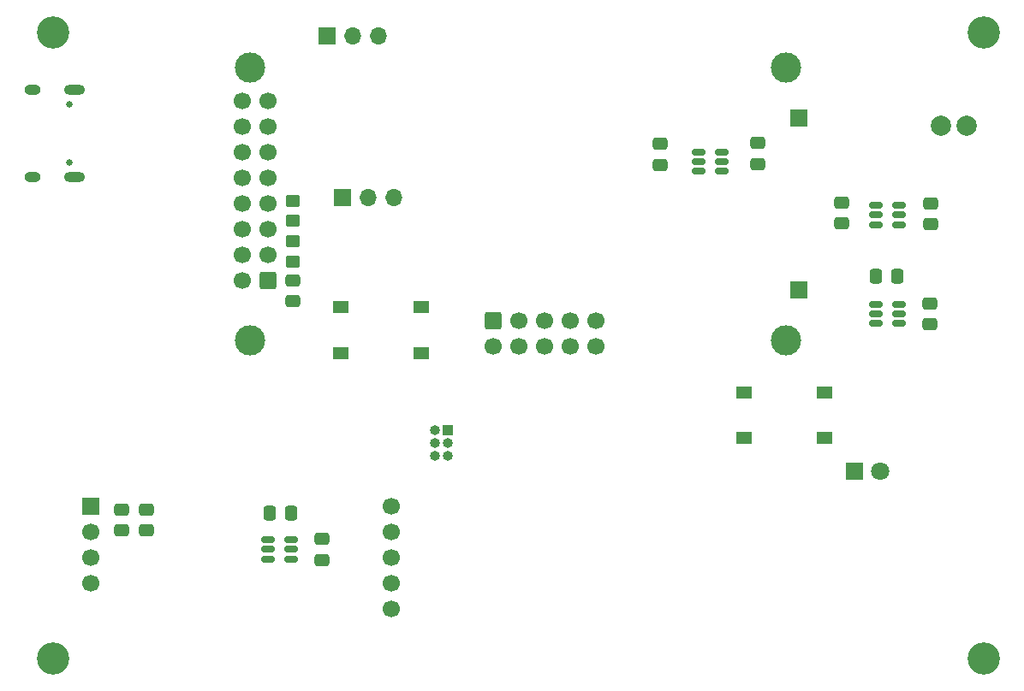
<source format=gbr>
%TF.GenerationSoftware,KiCad,Pcbnew,(6.0.11)*%
%TF.CreationDate,2024-04-25T22:51:55+03:00*%
%TF.ProjectId,avr-co2-detector,6176722d-636f-4322-9d64-65746563746f,rev.2*%
%TF.SameCoordinates,Original*%
%TF.FileFunction,Soldermask,Bot*%
%TF.FilePolarity,Negative*%
%FSLAX46Y46*%
G04 Gerber Fmt 4.6, Leading zero omitted, Abs format (unit mm)*
G04 Created by KiCad (PCBNEW (6.0.11)) date 2024-04-25 22:51:55*
%MOMM*%
%LPD*%
G01*
G04 APERTURE LIST*
G04 Aperture macros list*
%AMRoundRect*
0 Rectangle with rounded corners*
0 $1 Rounding radius*
0 $2 $3 $4 $5 $6 $7 $8 $9 X,Y pos of 4 corners*
0 Add a 4 corners polygon primitive as box body*
4,1,4,$2,$3,$4,$5,$6,$7,$8,$9,$2,$3,0*
0 Add four circle primitives for the rounded corners*
1,1,$1+$1,$2,$3*
1,1,$1+$1,$4,$5*
1,1,$1+$1,$6,$7*
1,1,$1+$1,$8,$9*
0 Add four rect primitives between the rounded corners*
20,1,$1+$1,$2,$3,$4,$5,0*
20,1,$1+$1,$4,$5,$6,$7,0*
20,1,$1+$1,$6,$7,$8,$9,0*
20,1,$1+$1,$8,$9,$2,$3,0*%
G04 Aperture macros list end*
%ADD10C,3.200000*%
%ADD11C,3.000000*%
%ADD12C,0.650000*%
%ADD13O,2.100000X1.000000*%
%ADD14O,1.600000X1.000000*%
%ADD15R,1.700000X1.700000*%
%ADD16C,1.700000*%
%ADD17RoundRect,0.250000X0.600000X0.600000X-0.600000X0.600000X-0.600000X-0.600000X0.600000X-0.600000X0*%
%ADD18C,2.000000*%
%ADD19R,1.800000X1.800000*%
%ADD20C,1.800000*%
%ADD21RoundRect,0.250000X0.475000X-0.337500X0.475000X0.337500X-0.475000X0.337500X-0.475000X-0.337500X0*%
%ADD22RoundRect,0.250000X-0.475000X0.337500X-0.475000X-0.337500X0.475000X-0.337500X0.475000X0.337500X0*%
%ADD23RoundRect,0.150000X0.512500X0.150000X-0.512500X0.150000X-0.512500X-0.150000X0.512500X-0.150000X0*%
%ADD24RoundRect,0.250000X-0.337500X-0.475000X0.337500X-0.475000X0.337500X0.475000X-0.337500X0.475000X0*%
%ADD25R,1.550000X1.300000*%
%ADD26O,1.700000X1.700000*%
%ADD27R,1.000000X1.000000*%
%ADD28O,1.000000X1.000000*%
%ADD29RoundRect,0.250000X0.450000X-0.350000X0.450000X0.350000X-0.450000X0.350000X-0.450000X-0.350000X0*%
%ADD30RoundRect,0.250000X-0.600000X0.600000X-0.600000X-0.600000X0.600000X-0.600000X0.600000X0.600000X0*%
G04 APERTURE END LIST*
D10*
%TO.C,REF\u002A\u002A*%
X179000000Y-130000000D03*
%TD*%
D11*
%TO.C,REF\u002A\u002A*%
X106500000Y-98500000D03*
%TD*%
D10*
%TO.C,REF\u002A\u002A*%
X179000000Y-68000000D03*
%TD*%
D12*
%TO.C,J1*%
X88600000Y-75110000D03*
X88600000Y-80890000D03*
D13*
X89130000Y-73680000D03*
D14*
X84950000Y-73680000D03*
D13*
X89130000Y-82320000D03*
D14*
X84950000Y-82320000D03*
%TD*%
D15*
%TO.C,U3*%
X90697500Y-114920000D03*
D16*
X90697500Y-117460000D03*
X90697500Y-120000000D03*
X90697500Y-122540000D03*
X120397500Y-125080000D03*
X120397500Y-122540000D03*
X120397500Y-120000000D03*
X120397500Y-117460000D03*
X120397500Y-114920000D03*
%TD*%
D11*
%TO.C,REF\u002A\u002A*%
X159500000Y-98500000D03*
%TD*%
D10*
%TO.C,REF\u002A\u002A*%
X87000000Y-68000000D03*
%TD*%
%TO.C,REF\u002A\u002A*%
X87000000Y-130000000D03*
%TD*%
D17*
%TO.C,J4*%
X108240000Y-92620000D03*
D16*
X105700000Y-92620000D03*
X108240000Y-90080000D03*
X105700000Y-90080000D03*
X108240000Y-87540000D03*
X105700000Y-87540000D03*
X108240000Y-85000000D03*
X105700000Y-85000000D03*
X108240000Y-82460000D03*
X105700000Y-82460000D03*
X108240000Y-79920000D03*
X105700000Y-79920000D03*
X108240000Y-77380000D03*
X105700000Y-77380000D03*
X108240000Y-74840000D03*
X105700000Y-74840000D03*
%TD*%
D18*
%TO.C,TP1*%
X174800000Y-77300000D03*
X177340000Y-77300000D03*
%TD*%
D11*
%TO.C,REF\u002A\u002A*%
X159500000Y-71500000D03*
%TD*%
D19*
%TO.C,D1*%
X166225000Y-111500000D03*
D20*
X168765000Y-111500000D03*
%TD*%
D11*
%TO.C,REF\u002A\u002A*%
X106500000Y-71500000D03*
%TD*%
D15*
%TO.C,J3*%
X160700000Y-93500000D03*
%TD*%
%TO.C,J2*%
X160700000Y-76500000D03*
%TD*%
D21*
%TO.C,C18*%
X156685714Y-81037500D03*
X156685714Y-78962500D03*
%TD*%
D22*
%TO.C,C10*%
X96200000Y-115262500D03*
X96200000Y-117337500D03*
%TD*%
D23*
%TO.C,U7*%
X110500000Y-118250000D03*
X110500000Y-119200000D03*
X110500000Y-120150000D03*
X108225000Y-120150000D03*
X108225000Y-119200000D03*
X108225000Y-118250000D03*
%TD*%
%TO.C,U9*%
X170637500Y-94950000D03*
X170637500Y-95900000D03*
X170637500Y-96850000D03*
X168362500Y-96850000D03*
X168362500Y-95900000D03*
X168362500Y-94950000D03*
%TD*%
D24*
%TO.C,C25*%
X168362500Y-92200000D03*
X170437500Y-92200000D03*
%TD*%
D25*
%TO.C,SW1*%
X115425000Y-99750000D03*
X123375000Y-99750000D03*
X123375000Y-95250000D03*
X115425000Y-95250000D03*
%TD*%
D24*
%TO.C,C23*%
X108425000Y-115600000D03*
X110500000Y-115600000D03*
%TD*%
D15*
%TO.C,J6*%
X114060000Y-68400000D03*
D26*
X116600000Y-68400000D03*
X119140000Y-68400000D03*
%TD*%
D21*
%TO.C,C22*%
X173700000Y-96937500D03*
X173700000Y-94862500D03*
%TD*%
D15*
%TO.C,JP1*%
X115600000Y-84400000D03*
D26*
X118140000Y-84400000D03*
X120680000Y-84400000D03*
%TD*%
D27*
%TO.C,J7*%
X126000002Y-107399998D03*
D28*
X124730002Y-107399998D03*
X126000002Y-108669998D03*
X124730002Y-108669998D03*
X126000002Y-109939998D03*
X124730002Y-109939998D03*
%TD*%
D23*
%TO.C,U6*%
X153137500Y-79850000D03*
X153137500Y-80800000D03*
X153137500Y-81750000D03*
X150862500Y-81750000D03*
X150862500Y-80800000D03*
X150862500Y-79850000D03*
%TD*%
D22*
%TO.C,C7*%
X110700000Y-92562500D03*
X110700000Y-94637500D03*
%TD*%
%TO.C,C24*%
X164985714Y-84862500D03*
X164985714Y-86937500D03*
%TD*%
D29*
%TO.C,R6*%
X110700000Y-90700000D03*
X110700000Y-88700000D03*
%TD*%
D21*
%TO.C,C21*%
X173785714Y-87037500D03*
X173785714Y-84962500D03*
%TD*%
D25*
%TO.C,SW2*%
X155325000Y-103650000D03*
X163275000Y-103650000D03*
X163275000Y-108150000D03*
X155325000Y-108150000D03*
%TD*%
D23*
%TO.C,U8*%
X170637500Y-85150000D03*
X170637500Y-86100000D03*
X170637500Y-87050000D03*
X168362500Y-87050000D03*
X168362500Y-86100000D03*
X168362500Y-85150000D03*
%TD*%
D22*
%TO.C,C11*%
X93800000Y-115262500D03*
X93800000Y-117337500D03*
%TD*%
D29*
%TO.C,R5*%
X110700000Y-86700000D03*
X110700000Y-84700000D03*
%TD*%
D21*
%TO.C,C20*%
X113562500Y-120237500D03*
X113562500Y-118162500D03*
%TD*%
D22*
%TO.C,C19*%
X146985714Y-79062500D03*
X146985714Y-81137500D03*
%TD*%
D30*
%TO.C,J5*%
X130500000Y-96600000D03*
D16*
X130500000Y-99140000D03*
X133040000Y-96600000D03*
X133040000Y-99140000D03*
X135580000Y-96600000D03*
X135580000Y-99140000D03*
X138120000Y-96600000D03*
X138120000Y-99140000D03*
X140660000Y-96600000D03*
X140660000Y-99140000D03*
%TD*%
M02*

</source>
